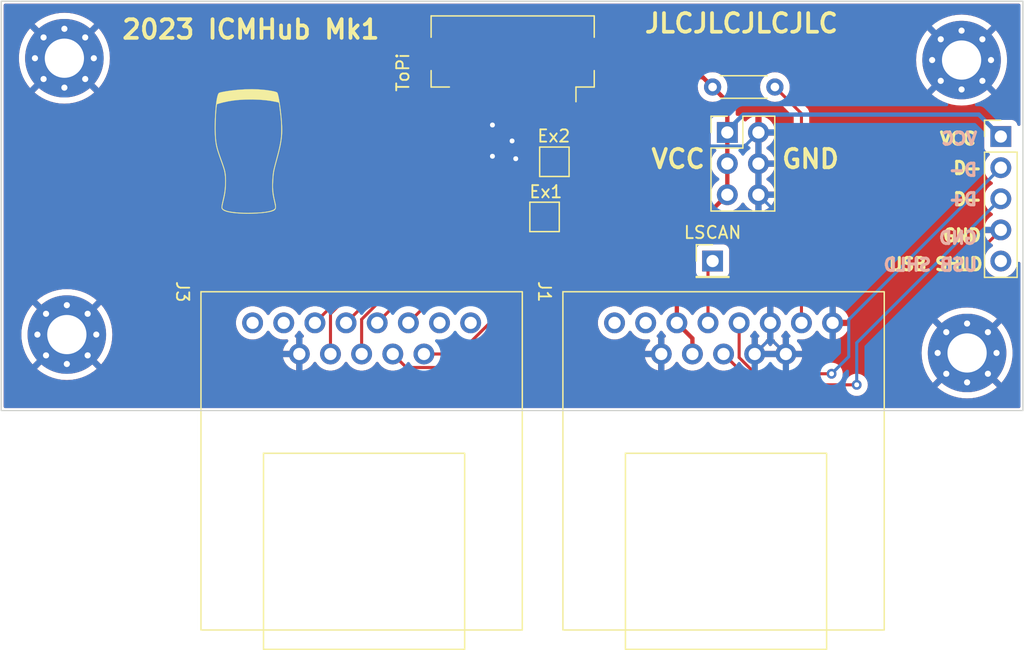
<source format=kicad_pcb>
(kicad_pcb (version 20221018) (generator pcbnew)
  (layers (0 "F.Cu" signal) (31 "B.Cu" signal) (34 "B.Paste" user) (35 "F.Paste" user) (36 "B.SilkS" user "B.Silkscreen") (37 "F.SilkS" user "F.Silkscreen") (38 "B.Mask" user) (39 "F.Mask" user) (44 "Edge.Cuts" user))
  (net 0 "")
  (net 1 "Net-(Expansion_1-Pin_1)")
  (net 2 "Net-(Expansion_2-Pin_1)")
  (net 3 "AMFM_button")
  (net 4 "SCAN_button")
  (net 5 "CD_button")
  (net 6 "Scrn_Brightness")
  (net 7 "Expansion_7")
  (net 8 "Expansion_6")
  (net 9 "VCC")
  (net 10 "Expansion_5")
  (net 11 "Expansion_4")
  (net 12 "GND")
  (net 13 "Net-(J5-D-)")
  (net 14 "/LSCAN")
  (net 15 "Net-(J5-D+)")
  (net 16 "/R_to_ActiveLED")
  (footprint "TestPoint:TestPoint_Pad_2.0x2.0mm" (layer "F.Cu") (at 147.9 90.65)
    (fp_text reference "Ex1" (at 0.1 -2.05) (layer "F.SilkS"))
    (fp_text value "Conn_01x01_Pin" hide)
    (fp_line (start -1.2 -1.2) (end 1.2 -1.2) (stroke (width 0.12)) (layer "F.SilkS"))
    (fp_line (start -1.2 1.2) (end -1.2 -1.2) (stroke (width 0.12)) (layer "F.SilkS"))
    (fp_line (start 1.2 -1.2) (end 1.2 1.2) (stroke (width 0.12)) (layer "F.SilkS"))
    (fp_line (start 1.2 1.2) (end -1.2 1.2) (stroke (width 0.12)) (layer "F.SilkS"))
    (pad "1" smd rect (at 0 0) (size 2 2) (layers "F.Cu" "F.Mask") (net 1 "Net-(Expansion_1-Pin_1)"))
  )
  (footprint "CPlib:rj45breakout" (layer "F.Cu") (at 117.885 96.755 -90)
    (fp_text reference "J3" (at 0 -0.5 -90 unlocked) (layer "F.SilkS"))
    (fp_text value "8P8C_LED_Shielded" hide)
    (fp_rect (start 0 -2) (end 27.6 -28.2) (stroke (width 0.12)) (fill none) (layer "F.SilkS"))
    (fp_rect (start 13.18 -7.1) (end 29.18 -23.5) (stroke (width 0.12)) (fill none) (layer "F.SilkS"))
    (pad "1" thru_hole oval (at 5.08 -20.18 270) (size 1.7 1.7) (drill 1) (layers "*.Cu" "*.Mask") (net 3 "AMFM_button"))
    (pad "2" thru_hole oval (at 2.54 -18.91 270) (size 1.7 1.7) (drill 1) (layers "*.Cu" "*.Mask") (net 4 "SCAN_button"))
    (pad "3" thru_hole oval (at 5.08 -17.64 270) (size 1.7 1.7) (drill 1) (layers "*.Cu" "*.Mask") (net 5 "CD_button"))
    (pad "4" thru_hole oval (at 2.54 -16.37 270) (size 1.7 1.7) (drill 1) (layers "*.Cu" "*.Mask") (net 6 "Scrn_Brightness"))
    (pad "5" thru_hole oval (at 5.08 -15.1 270) (size 1.7 1.7) (drill 1) (layers "*.Cu" "*.Mask") (net 7 "Expansion_7"))
    (pad "6" thru_hole oval (at 2.54 -13.83 270) (size 1.7 1.7) (drill 1) (layers "*.Cu" "*.Mask") (net 8 "Expansion_6"))
    (pad "7" thru_hole oval (at 5.08 -12.56 270) (size 1.7 1.7) (drill 1) (layers "*.Cu" "*.Mask") (net 10 "Expansion_5"))
    (pad "8" thru_hole oval (at 2.54 -11.29 270) (size 1.7 1.7) (drill 1) (layers "*.Cu" "*.Mask") (net 11 "Expansion_4"))
    (pad "9" thru_hole oval (at 2.54 -23.99 270) (size 1.7 1.7) (drill 1) (layers "*.Cu" "*.Mask"))
    (pad "10" thru_hole oval (at 2.54 -21.45 270) (size 1.7 1.7) (drill 1) (layers "*.Cu" "*.Mask"))
    (pad "11" thru_hole oval (at 2.54 -8.75 270) (size 1.7 1.7) (drill 1) (layers "*.Cu" "*.Mask"))
    (pad "12" thru_hole oval (at 2.54 -6.21 270) (size 1.7 1.7) (drill 1) (layers "*.Cu" "*.Mask"))
    (pad "SH" thru_hole oval (at 5.08 -10.02 270) (size 1.7 1.7) (drill 1) (layers "*.Cu" "*.Mask") (net 12 "GND"))
  )
  (footprint "MountingHole:MountingHole_3.2mm_M3_Pad_Via" (layer "F.Cu") (at 108.75 77.7)
    (fp_text reference "H1" hide)
    (fp_text value "MountingHole_Pad" hide)
    (pad "1" thru_hole circle (at -2.4 0) (size 0.8 0.8) (drill 0.5) (layers "*.Cu" "*.Mask") (net 12 "GND"))
    (pad "1" thru_hole circle (at -1.697056 -1.697056) (size 0.8 0.8) (drill 0.5) (layers "*.Cu" "*.Mask") (net 12 "GND"))
    (pad "1" thru_hole circle (at -1.697056 1.697056) (size 0.8 0.8) (drill 0.5) (layers "*.Cu" "*.Mask") (net 12 "GND"))
    (pad "1" thru_hole circle (at 0 -2.4) (size 0.8 0.8) (drill 0.5) (layers "*.Cu" "*.Mask") (net 12 "GND"))
    (pad "1" thru_hole circle (at 0 0) (size 6.4 6.4) (drill 3.2) (layers "*.Cu" "*.Mask") (net 12 "GND"))
    (pad "1" thru_hole circle (at 0 2.4) (size 0.8 0.8) (drill 0.5) (layers "*.Cu" "*.Mask") (net 12 "GND"))
    (pad "1" thru_hole circle (at 1.697056 -1.697056) (size 0.8 0.8) (drill 0.5) (layers "*.Cu" "*.Mask") (net 12 "GND"))
    (pad "1" thru_hole circle (at 1.697056 1.697056) (size 0.8 0.8) (drill 0.5) (layers "*.Cu" "*.Mask") (net 12 "GND"))
    (pad "1" thru_hole circle (at 2.4 0) (size 0.8 0.8) (drill 0.5) (layers "*.Cu" "*.Mask") (net 12 "GND"))
  )
  (footprint "CPlib:rj45breakout" (layer "F.Cu") (at 147.395 96.755 -90)
    (fp_text reference "J1" (at 0 -0.5 -90 unlocked) (layer "F.SilkS"))
    (fp_text value "8P8C_LED_Shielded" hide)
    (fp_rect (start 0 -2) (end 27.6 -28.2) (stroke (width 0.12)) (fill none) (layer "F.SilkS"))
    (fp_rect (start 13.18 -7.1) (end 29.18 -23.5) (stroke (width 0.12)) (fill none) (layer "F.SilkS"))
    (pad "1" thru_hole oval (at 5.08 -20.18 270) (size 1.7 1.7) (drill 1) (layers "*.Cu" "*.Mask") (net 12 "GND"))
    (pad "2" thru_hole oval (at 2.54 -18.91 270) (size 1.7 1.7) (drill 1) (layers "*.Cu" "*.Mask") (net 12 "GND"))
    (pad "3" thru_hole oval (at 5.08 -17.64 270) (size 1.7 1.7) (drill 1) (layers "*.Cu" "*.Mask") (net 12 "GND"))
    (pad "4" thru_hole oval (at 2.54 -16.37 270) (size 1.7 1.7) (drill 1) (layers "*.Cu" "*.Mask") (net 13 "Net-(J5-D-)"))
    (pad "5" thru_hole oval (at 5.08 -15.1 270) (size 1.7 1.7) (drill 1) (layers "*.Cu" "*.Mask") (net 15 "Net-(J5-D+)"))
    (pad "6" thru_hole oval (at 2.54 -13.83 270) (size 1.7 1.7) (drill 1) (layers "*.Cu" "*.Mask") (net 14 "/LSCAN"))
    (pad "7" thru_hole oval (at 5.08 -12.56 270) (size 1.7 1.7) (drill 1) (layers "*.Cu" "*.Mask") (net 9 "VCC"))
    (pad "8" thru_hole oval (at 2.54 -11.29 270) (size 1.7 1.7) (drill 1) (layers "*.Cu" "*.Mask") (net 9 "VCC"))
    (pad "9" thru_hole oval (at 2.54 -23.99 270) (size 1.7 1.7) (drill 1) (layers "*.Cu" "*.Mask") (net 12 "GND"))
    (pad "10" thru_hole oval (at 2.54 -21.45 270) (size 1.7 1.7) (drill 1) (layers "*.Cu" "*.Mask") (net 16 "/R_to_ActiveLED"))
    (pad "11" thru_hole oval (at 2.54 -8.75 270) (size 1.7 1.7) (drill 1) (layers "*.Cu" "*.Mask"))
    (pad "12" thru_hole oval (at 2.54 -6.21 270) (size 1.7 1.7) (drill 1) (layers "*.Cu" "*.Mask"))
    (pad "SH" thru_hole oval (at 5.08 -10.02 270) (size 1.7 1.7) (drill 1) (layers "*.Cu" "*.Mask") (net 12 "GND"))
  )
  (footprint "MountingHole:MountingHole_3.2mm_M3_Pad_Via" (layer "F.Cu") (at 181.9 77.85)
    (fp_text reference "H5" hide)
    (fp_text value "MountingHole_Pad" hide)
    (pad "1" thru_hole circle (at -2.4 0) (size 0.8 0.8) (drill 0.5) (layers "*.Cu" "*.Mask") (net 12 "GND"))
    (pad "1" thru_hole circle (at -1.697056 -1.697056) (size 0.8 0.8) (drill 0.5) (layers "*.Cu" "*.Mask") (net 12 "GND"))
    (pad "1" thru_hole circle (at -1.697056 1.697056) (size 0.8 0.8) (drill 0.5) (layers "*.Cu" "*.Mask") (net 12 "GND"))
    (pad "1" thru_hole circle (at 0 -2.4) (size 0.8 0.8) (drill 0.5) (layers "*.Cu" "*.Mask") (net 12 "GND"))
    (pad "1" thru_hole circle (at 0 0) (size 6.4 6.4) (drill 3.2) (layers "*.Cu" "*.Mask") (net 12 "GND"))
    (pad "1" thru_hole circle (at 0 2.4) (size 0.8 0.8) (drill 0.5) (layers "*.Cu" "*.Mask") (net 12 "GND"))
    (pad "1" thru_hole circle (at 1.697056 -1.697056) (size 0.8 0.8) (drill 0.5) (layers "*.Cu" "*.Mask") (net 12 "GND"))
    (pad "1" thru_hole circle (at 1.697056 1.697056) (size 0.8 0.8) (drill 0.5) (layers "*.Cu" "*.Mask") (net 12 "GND"))
    (pad "1" thru_hole circle (at 2.4 0) (size 0.8 0.8) (drill 0.5) (layers "*.Cu" "*.Mask") (net 12 "GND"))
  )
  (footprint "MountingHole:MountingHole_3.2mm_M3_Pad_Via" (layer "F.Cu") (at 182.35 101.75)
    (fp_text reference "H2" hide)
    (fp_text value "MountingHole_Pad" hide)
    (pad "1" thru_hole circle (at -2.4 0) (size 0.8 0.8) (drill 0.5) (layers "*.Cu" "*.Mask") (net 12 "GND"))
    (pad "1" thru_hole circle (at -1.697056 -1.697056) (size 0.8 0.8) (drill 0.5) (layers "*.Cu" "*.Mask") (net 12 "GND"))
    (pad "1" thru_hole circle (at -1.697056 1.697056) (size 0.8 0.8) (drill 0.5) (layers "*.Cu" "*.Mask") (net 12 "GND"))
    (pad "1" thru_hole circle (at 0 -2.4) (size 0.8 0.8) (drill 0.5) (layers "*.Cu" "*.Mask") (net 12 "GND"))
    (pad "1" thru_hole circle (at 0 0) (size 6.4 6.4) (drill 3.2) (layers "*.Cu" "*.Mask") (net 12 "GND"))
    (pad "1" thru_hole circle (at 0 2.4) (size 0.8 0.8) (drill 0.5) (layers "*.Cu" "*.Mask") (net 12 "GND"))
    (pad "1" thru_hole circle (at 1.697056 -1.697056) (size 0.8 0.8) (drill 0.5) (layers "*.Cu" "*.Mask") (net 12 "GND"))
    (pad "1" thru_hole circle (at 1.697056 1.697056) (size 0.8 0.8) (drill 0.5) (layers "*.Cu" "*.Mask") (net 12 "GND"))
    (pad "1" thru_hole circle (at 2.4 0) (size 0.8 0.8) (drill 0.5) (layers "*.Cu" "*.Mask") (net 12 "GND"))
  )
  (footprint "Connector_FFC-FPC:Hirose_FH12-20S-0.5SH_1x20-1MP_P0.50mm_Horizontal" (layer "F.Cu") (at 145.3 78.75 180)
    (fp_text reference "ToPi" (at 8.95 -0.1 90) (layer "F.SilkS"))
    (fp_text value "Conn_01x20" hide)
    (fp_line (start -6.65 -1.3) (end -6.65 0.04) (stroke (width 0.12)) (layer "F.SilkS"))
    (fp_line (start -6.65 2.76) (end -6.65 4.5) (stroke (width 0.12)) (layer "F.SilkS"))
    (fp_line (start -6.65 4.5) (end 6.65 4.5) (stroke (width 0.12)) (layer "F.SilkS"))
    (fp_line (start -5.16 -1.3) (end -6.65 -1.3) (stroke (width 0.12)) (layer "F.SilkS"))
    (fp_line (start -5.16 -1.3) (end -5.16 -2.5) (stroke (width 0.12)) (layer "F.SilkS"))
    (fp_line (start 5.16 -1.3) (end 6.65 -1.3) (stroke (width 0.12)) (layer "F.SilkS"))
    (fp_line (start 6.65 -1.3) (end 6.65 0.04) (stroke (width 0.12)) (layer "F.SilkS"))
    (fp_line (start 6.65 4.5) (end 6.65 2.76) (stroke (width 0.12)) (layer "F.SilkS"))
    (pad "1" smd rect (at -4.75 -1.85 180) (size 0.3 1.3) (layers "F.Cu" "F.Paste" "F.Mask") (net 3 "AMFM_button"))
    (pad "2" smd rect (at -4.25 -1.85 180) (size 0.3 1.3) (layers "F.Cu" "F.Paste" "F.Mask") (net 4 "SCAN_button"))
    (pad "3" smd rect (at -3.75 -1.85 180) (size 0.3 1.3) (layers "F.Cu" "F.Paste" "F.Mask") (net 5 "CD_button"))
    (pad "4" smd rect (at -3.25 -1.85 180) (size 0.3 1.3) (layers "F.Cu" "F.Paste" "F.Mask"))
    (pad "5" smd rect (at -2.75 -1.85 180) (size 0.3 1.3) (layers "F.Cu" "F.Paste" "F.Mask") (net 6 "Scrn_Brightness"))
    (pad "6" smd rect (at -2.25 -1.85 180) (size 0.3 1.3) (layers "F.Cu" "F.Paste" "F.Mask") (net 2 "Net-(Expansion_2-Pin_1)"))
    (pad "7" smd rect (at -1.75 -1.85 180) (size 0.3 1.3) (layers "F.Cu" "F.Paste" "F.Mask") (net 1 "Net-(Expansion_1-Pin_1)"))
    (pad "8" smd rect (at -1.25 -1.85 180) (size 0.3 1.3) (layers "F.Cu" "F.Paste" "F.Mask"))
    (pad "9" smd rect (at -0.75 -1.85 180) (size 0.3 1.3) (layers "F.Cu" "F.Paste" "F.Mask") (net 12 "GND"))
    (pad "10" smd rect (at -0.25 -1.85 180) (size 0.3 1.3) (layers "F.Cu" "F.Paste" "F.Mask") (net 12 "GND"))
    (pad "11" smd rect (at 0.25 -1.85 180) (size 0.3 1.3) (layers "F.Cu" "F.Paste" "F.Mask") (net 12 "GND"))
    (pad "12" smd rect (at 0.75 -1.85 180) (size 0.3 1.3) (layers "F.Cu" "F.Paste" "F.Mask") (net 12 "GND"))
    (pad "13" smd rect (at 1.25 -1.85 180) (size 0.3 1.3) (layers "F.Cu" "F.Paste" "F.Mask") (net 9 "VCC"))
    (pad "14" smd rect (at 1.75 -1.85 180) (size 0.3 1.3) (layers "F.Cu" "F.Paste" "F.Mask") (net 9 "VCC"))
    (pad "15" smd rect (at 2.25 -1.85 180) (size 0.3 1.3) (layers "F.Cu" "F.Paste" "F.Mask") (net 9 "VCC"))
    (pad "16" smd rect (at 2.75 -1.85 180) (size 0.3 1.3) (layers "F.Cu" "F.Paste" "F.Mask") (net 9 "VCC"))
    (pad "17" smd rect (at 3.25 -1.85 180) (size 0.3 1.3) (layers "F.Cu" "F.Paste" "F.Mask") (net 7 "Expansion_7"))
    (pad "18" smd rect (at 3.75 -1.85 180) (size 0.3 1.3) (layers "F.Cu" "F.Paste" "F.Mask") (net 8 "Expansion_6"))
    (pad "19" smd rect (at 4.25 -1.85 180) (size 0.3 1.3) (layers "F.Cu" "F.Paste" "F.Mask") (net 10 "Expansion_5"))
    (pad "20" smd rect (at 4.75 -1.85 180) (size 0.3 1.3) (layers "F.Cu" "F.Paste" "F.Mask") (net 11 "Expansion_4"))
    (pad "MP" smd rect (at -6.65 1.4 180) (size 1.8 2.2) (layers "F.Cu" "F.Paste" "F.Mask"))
    (pad "MP" smd rect (at 6.65 1.4 180) (size 1.8 2.2) (layers "F.Cu" "F.Paste" "F.Mask"))
  )
  (footprint "Connector_PinHeader_2.54mm:PinHeader_1x01_P2.54mm_Vertical" (layer "F.Cu") (at 161.6 94.25)
    (fp_text reference "LSCAN" (at 0 -2.33) (layer "F.SilkS"))
    (fp_text value "LSCAN" hide)
    (fp_line (start -1.33 -1.33) (end 0 -1.33) (stroke (width 0.12)) (layer "F.SilkS"))
    (fp_line (start -1.33 0) (end -1.33 -1.33) (stroke (width 0.12)) (layer "F.SilkS"))
    (fp_line (start -1.33 1.27) (end -1.33 1.33) (stroke (width 0.12)) (layer "F.SilkS"))
    (fp_line (start -1.33 1.27) (end 1.33 1.27) (stroke (width 0.12)) (layer "F.SilkS"))
    (fp_line (start -1.33 1.33) (end 1.33 1.33) (stroke (width 0.12)) (layer "F.SilkS"))
    (fp_line (start 1.33 1.27) (end 1.33 1.33) (stroke (width 0.12)) (layer "F.SilkS"))
    (pad "1" thru_hole rect (at 0 0) (size 1.7 1.7) (drill 1) (layers "*.Cu" "*.Mask") (net 14 "/LSCAN"))
  )
  (footprint "Connector_PinHeader_2.54mm:PinHeader_2x03_P2.54mm_Vertical" (layer "F.Cu") (at 162.8 83.76)
    (fp_text reference "J6" hide)
    (fp_text value "Conn_02x03_Odd_Even" hide)
    (fp_line (start -1.33 -1.33) (end 0 -1.33) (stroke (width 0.12)) (layer "F.SilkS"))
    (fp_line (start -1.33 0) (end -1.33 -1.33) (stroke (width 0.12)) (layer "F.SilkS"))
    (fp_line (start -1.33 1.27) (end -1.33 6.41) (stroke (width 0.12)) (layer "F.SilkS"))
    (fp_line (start -1.33 1.27) (end 1.27 1.27) (stroke (width 0.12)) (layer "F.SilkS"))
    (fp_line (start -1.33 6.41) (end 3.87 6.41) (stroke (width 0.12)) (layer "F.SilkS"))
    (fp_line (start 1.27 -1.33) (end 3.87 -1.33) (stroke (width 0.12)) (layer "F.SilkS"))
    (fp_line (start 1.27 1.27) (end 1.27 -1.33) (stroke (width 0.12)) (layer "F.SilkS"))
    (fp_line (start 3.87 -1.33) (end 3.87 6.41) (stroke (width 0.12)) (layer "F.SilkS"))
    (pad "1" thru_hole rect (at 0 0) (size 1.7 1.7) (drill 1) (layers "*.Cu" "*.Mask") (net 9 "VCC"))
    (pad "2" thru_hole oval (at 2.54 0) (size 1.7 1.7) (drill 1) (layers "*.Cu" "*.Mask") (net 12 "GND"))
    (pad "3" thru_hole oval (at 0 2.54) (size 1.7 1.7) (drill 1) (layers "*.Cu" "*.Mask") (net 9 "VCC"))
    (pad "4" thru_hole oval (at 2.54 2.54) (size 1.7 1.7) (drill 1) (layers "*.Cu" "*.Mask") (net 12 "GND"))
    (pad "5" thru_hole oval (at 0 5.08) (size 1.7 1.7) (drill 1) (layers "*.Cu" "*.Mask") (net 9 "VCC"))
    (pad "6" thru_hole oval (at 2.54 5.08) (size 1.7 1.7) (drill 1) (layers "*.Cu" "*.Mask") (net 12 "GND"))
  )
  (footprint "CPlib:CPlogo2(50)" (layer "F.Cu") (at 123.55 84.45)
    (fp_text reference "H3" hide)
    (fp_text value "Logo" hide)
    (fp_poly (pts (xy 0.395063 -1.367446) (xy 0.597127 -1.308521) (xy 0.784094 -1.214406) (xy 0.951478 -1.088451) (xy 1.09479 -0.934004) (xy 1.209543 -0.754416) (xy 1.288404 -0.562332) (xy 1.320195 -0.412628) (xy 1.332245 -0.24351) (xy 1.324566 -0.07256) (xy 1.297175 0.082641) (xy 1.287855 0.115001) (xy 1.201426 0.323671) (xy 1.082567 0.505725) (xy 0.932849 0.659771) (xy 0.753844 0.784415) (xy 0.547122 0.878263) (xy 0.371004 0.928453) (xy 0.328388 0.946247) (xy 0.313621 0.983388) (xy 0.312795 1.004404) (xy 0.31045 1.041758) (xy 0.296136 1.060384) (xy 0.258934 1.066795) (xy 0.206962 1.067501) (xy 0.144281 1.066012) (xy 0.113021 1.057435) (xy 0.102279 1.035606) (xy 0.101129 1.00766) (xy 0.098579 0.975625) (xy 0.084802 0.955187) (xy 0.050603 0.940814) (xy -0.01321 0.926975) (xy -0.041746 0.92169) (xy -0.24484 0.863692) (xy -0.432837 0.769174) (xy -0.601151 0.642624) (xy -0.745191 0.488532) (xy -0.860372 0.311384) (xy -0.942103 0.11567) (xy -0.968363 0.01524) (xy -0.994832 -0.205446) (xy -0.993288 -0.227532) (xy -0.894256 -0.227532) (xy -0.877552 -0.037632) (xy -0.826541 0.147587) (xy -0.741343 0.32338) (xy -0.622077 0.485005) (xy -0.468862 0.627715) (xy -0.415114 0.666945) (xy -0.329097 0.717162) (xy -0.225934 0.764184) (xy -0.11965 0.802768) (xy -0.024269 0.827671) (xy 0.032337 0.834221) (xy 0.101129 0.834668) (xy 0.101129 0.347835) (xy 0.312795 0.347835) (xy 0.48742 0.34664) (xy 0.580022 0.342966) (xy 0.665671 0.334341) (xy 0.728129 0.322495) (xy 0.735577 0.320181) (xy 0.806045 0.276169) (xy 0.849512 0.208563) (xy 0.863397 0.12835) (xy 0.84512 0.046517) (xy 0.812083 -0.005527) (xy 0.78716 -0.03206) (xy 0.760817 -0.049584) (xy 0.723724 -0.060359) (xy 0.666551 -0.066643) (xy 0.579969 -0.070694) (xy 0.536917 -0.072134) (xy 0.312795 -0.079352) (xy 0.312795 0.347835) (xy 0.101129 0.347835) (xy 0.101129 0.156528) (xy 0.04292 0.172066) (xy -0.079417 0.1884) (xy -0.214851 0.180405) (xy -0.343207 0.14993) (xy -0.386055 0.132782) (xy -0.506419 0.067587) (xy -0.596527 -0.007466) (xy -0.668422 -0.103945) (xy -0.707226 -0.175708) (xy -0.76298 -0.333236) (xy -0.778291 -0.493702) (xy -0.752974 -0.651551) (xy -0.725444 -0.7268) (xy -0.664234 -0.828998) (xy -0.576525 -0.928193) (xy -0.474689 -1.012758) (xy -0.371102 -1.07107) (xy -0.350936 -1.07867) (xy -0.192436 -1.112273) (xy -0.034661 -1.108086) (xy 0.115645 -1.068704) (xy 0.251739 -0.996725) (xy 0.366879 -0.894743) (xy 0.452269 -0.769411) (xy 0.480874 -0.711886) (xy 0.499389 -0.671664) (xy 0.503295 -0.66058) (xy 0.485533 -0.649314) (xy 0.452345 -0.6388) (xy 0.399059 -0.623745) (xy 0.36959 -0.613808) (xy 0.338147 -0.620208) (xy 0.323122 -0.647808) (xy 0.290308 -0.707934) (xy 0.232669 -0.776869) (xy 0.162194 -0.842516) (xy 0.09087 -0.892779) (xy 0.069379 -0.903842) (xy -0.05634 -0.939053) (xy -0.187187 -0.937039) (xy -0.31402 -0.900429) (xy -0.427693 -0.831852) (xy -0.518431 -0.734847) (xy -0.553021 -0.681555) (xy -0.573463 -0.635543) (xy -0.583431 -0.582333) (xy -0.5866 -0.507448) (xy -0.586788 -0.465536) (xy -0.585075 -0.374974) (xy -0.577796 -0.312442) (xy -0.561743 -0.263706) (xy -0.533709 -0.214528) (xy -0.528399 -0.206425) (xy -0.438111 -0.100908) (xy -0.32957 -0.032478) (xy -0.198271 0.001419) (xy -0.155211 0.00516) (xy -0.073023 0.005856) (xy 0 0) (xy 0.041781 -0.009233) (xy 0.075819 -0.027212) (xy 0.094137 -0.055837) (xy 0.102836 -0.107994) (xy 0.105281 -0.143333) (xy 0.111712 -0.255415) (xy 0.451931 -0.252891) (xy 0.606066 -0.250081) (xy 0.724545 -0.243076) (xy 0.813972 -0.230142) (xy 0.880954 -0.20954) (xy 0.932096 -0.179537) (xy 0.974004 -0.138394) (xy 0.995837 -0.109931) (xy 1.020441 -0.068384) (xy 1.034854 -0.020956) (xy 1.041556 0.044929) (xy 1.043045 0.129324) (xy 1.038344 0.239458) (xy 1.020717 0.320055) (xy 0.984878 0.383215) (xy 0.925543 0.441039) (xy 0.897328 0.462943) (xy 0.866605 0.481867) (xy 0.828286 0.495057) (xy 0.773782 0.503879) (xy 0.694508 0.509698) (xy 0.581877 0.51388) (xy 0.575844 0.514053) (xy 0.312795 0.521521) (xy 0.312795 0.839379) (xy 0.39217 0.825755) (xy 0.44786 0.810123) (xy 0.526801 0.780405) (xy 0.614727 0.742124) (xy 0.643434 0.728479) (xy 0.817382 0.621284) (xy 0.966582 0.483696) (xy 1.087418 0.321444) (xy 1.176276 0.140259) (xy 1.229539 -0.054128) (xy 1.244129 -0.223665) (xy 1.224391 -0.421079) (xy 1.168031 -0.607519) (xy 1.07933 -0.779249) (xy 0.962568 -0.932536) (xy 0.822026 -1.063645) (xy 0.661983 -1.168841) (xy 0.486721 -1.244392) (xy 0.300519 -1.286561) (xy 0.107659 -1.291615) (xy 0.030423 -1.282538) (xy -0.154817 -1.239964) (xy -0.315634 -1.173057) (xy -0.459008 -1.081212) (xy -0.615624 -0.939066) (xy -0.737337 -0.77788) (xy -0.824268 -0.6024) (xy -0.876534 -0.41737) (xy -0.894256 -0.227532) (xy -0.993288 -0.227532) (xy -0.979902 -0.418951) (xy -0.924201 -0.623193) (xy -0.828356 -0.816091) (xy -0.692994 -0.995562) (xy -0.650288 -1.040903) (xy -0.480384 -1.185781) (xy -0.294241 -1.291595) (xy -0.091406 -1.358534) (xy 0.128575 -1.386786) (xy 0.18239 -1.387832) (xy 0.395063 -1.367446)) (stroke (width 0.01)) (fill solid) (layer "F.Cu"))
    (fp_poly (pts (xy 1.032188 -4.206122) (xy 1.54655 -4.163122) (xy 1.752129 -4.137158) (xy 1.973378 -4.104467) (xy 2.155233 -4.073464) (xy 2.300561 -4.043379) (xy 2.412231 -4.013442) (xy 2.493111 -3.982885) (xy 2.546067 -3.950937) (xy 2.573968 -3.916829) (xy 2.574092 -3.916558) (xy 2.605529 -3.829786) (xy 2.63888 -3.705464) (xy 2.673505 -3.548301) (xy 2.708762 -3.363004) (xy 2.744011 -3.15428) (xy 2.778612 -2.926836) (xy 2.811924 -2.68538) (xy 2.843307 -2.434619) (xy 2.87212 -2.17926) (xy 2.897722 -1.924011) (xy 2.919474 -1.673579) (xy 2.936733 -1.432672) (xy 2.948861 -1.205996) (xy 2.951297 -1.144415) (xy 2.956031 -0.913291) (xy 2.952676 -0.688141) (xy 2.94045 -0.463889) (xy 2.91857 -0.23546) (xy 2.886252 0.002224) (xy 2.842713 0.254238) (xy 2.787169 0.525659) (xy 2.718838 0.821564) (xy 2.636936 1.147028) (xy 2.54411 1.494582) (xy 2.479683 1.731419) (xy 2.425618 1.933634) (xy 2.380805 2.107355) (xy 2.344137 2.258709) (xy 2.314505 2.393824) (xy 2.290801 2.518827) (xy 2.271917 2.639847) (xy 2.256743 2.763011) (xy 2.244173 2.894447) (xy 2.233096 3.040282) (xy 2.222406 3.206645) (xy 2.216476 3.305938) (xy 2.206002 3.549274) (xy 2.205279 3.774968) (xy 2.215257 3.992355) (xy 2.236886 4.21077) (xy 2.271119 4.439546) (xy 2.318906 4.688019) (xy 2.381198 4.965522) (xy 2.388814 4.99754) (xy 2.427992 5.17848) (xy 2.448646 5.325248) (xy 2.448595 5.442724) (xy 2.425658 5.535787) (xy 2.377653 5.609319) (xy 2.3024 5.668198) (xy 2.197718 5.717304) (xy 2.061425 5.761518) (xy 2.045335 5.766035) (xy 1.874742 5.80562) (xy 1.667972 5.840557) (xy 1.430963 5.870517) (xy 1.169649 5.895173) (xy 0.889967 5.914197) (xy 0.597853 5.927261) (xy 0.299242 5.934038) (xy 0.000071 5.934199) (xy -0.293724 5.927417) (xy -0.576207 5.913365) (xy -0.597371 5.911968) (xy -0.906831 5.886185) (xy -1.175461 5.853066) (xy -1.404168 5.812372) (xy -1.593858 5.763862) (xy -1.745436 5.707298) (xy -1.859807 5.642441) (xy -1.937878 5.56905) (xy -1.9482 5.554835) (xy -1.968993 5.518899) (xy -1.982675 5.478945) (xy -1.988768 5.429803) (xy -1.986795 5.366305) (xy -1.976277 5.28328) (xy -1.956738 5.175559) (xy -1.9277 5.037974) (xy -1.888686 4.865356) (xy -1.881723 4.835168) (xy -1.831477 4.611622) (xy -1.791583 4.418256) (xy -1.760473 4.244629) (xy -1.736577 4.080301) (xy -1.718325 3.914832) (xy -1.704148 3.737781) (xy -1.695563 3.596918) (xy -1.686186 3.241179) (xy -1.69862 2.915475) (xy -1.73271 2.622181) (xy -1.771516 2.428525) (xy -1.794139 2.345492) (xy -1.828697 2.231731) (xy -1.87229 2.096161) (xy -1.922017 1.947702) (xy -1.974977 1.795274) (xy -2.002095 1.719442) (xy -2.100906 1.444051) (xy -2.185534 1.202705) (xy -2.257226 0.990028) (xy -2.31723 0.800645) (xy -2.366793 0.629179) (xy -2.407165 0.470255) (xy -2.43959 0.318498) (xy -2.465319 0.168531) (xy -2.485597 0.014978) (xy -2.501674 -0.147536) (xy -2.514795 -0.324387) (xy -2.526209 -0.52095) (xy -2.527421 -0.544129) (xy -2.537096 -0.818388) (xy -2.538498 -0.981518) (xy -2.476952 -0.981518) (xy -2.474768 -0.816537) (xy -2.473619 -0.773414) (xy -2.46314 -0.495465) (xy -2.448481 -0.250056) (xy -2.427985 -0.02855) (xy -2.399999 0.177691) (xy -2.362865 0.377302) (xy -2.31493 0.578921) (xy -2.254537 0.791185) (xy -2.180032 1.02273) (xy -2.089759 1.282194) (xy -2.068056 1.342668) (xy -1.984522 1.575379) (xy -1.914509 1.772732) (xy -1.856613 1.938987) (xy -1.809429 2.0784) (xy -1.771554 2.195229) (xy -1.741584 2.293733) (xy -1.718113 2.378169) (xy -1.699739 2.452796) (xy -1.695064 2.473662) (xy -1.656515 2.703079) (xy -1.633211 2.967317) (xy -1.625406 3.261608) (xy -1.633356 3.58118) (xy -1.63459 3.605943) (xy -1.645547 3.793513) (xy -1.658649 3.96018) (xy -1.675316 4.115124) (xy -1.696965 4.267521) (xy -1.725016 4.426548) (xy -1.760888 4.601383) (xy -1.805999 4.801203) (xy -1.84451 4.96367) (xy -1.882056 5.126006) (xy -1.90774 5.253127) (xy -1.922102 5.350294) (xy -1.925681 5.422767) (xy -1.919019 5.475808) (xy -1.902655 5.514676) (xy -1.901309 5.516775) (xy -1.843263 5.574799) (xy -1.748371 5.631694) (xy -1.62209 5.68478) (xy -1.469879 5.731376) (xy -1.458286 5.734352) (xy -1.358168 5.755643) (xy -1.225514 5.777821) (xy -1.070069 5.79968) (xy -0.90158 5.820015) (xy -0.729793 5.837623) (xy -0.564452 5.851299) (xy -0.459788 5.857783) (xy -0.326737 5.86281) (xy -0.162605 5.866146) (xy 0.022781 5.867842) (xy 0.219595 5.867948) (xy 0.418011 5.866517) (xy 0.608203 5.863597) (xy 0.780344 5.859241) (xy 0.92461 5.853499) (xy 0.979906 5.850341) (xy 1.274746 5.826757) (xy 1.538543 5.796546) (xy 1.769415 5.760104) (xy 1.96548 5.71783) (xy 2.124855 5.670124) (xy 2.245658 5.617382) (xy 2.318734 5.566965) (xy 2.364735 5.52015) (xy 2.38657 5.478084) (xy 2.392379 5.42119) (xy 2.392055 5.390615) (xy 2.386459 5.334897) (xy 2.372467 5.247179) (xy 2.351765 5.136575) (xy 2.326039 5.012201) (xy 2.302682 4.907641) (xy 2.271207 4.766843) (xy 2.240477 4.621062) (xy 2.213047 4.48301) (xy 2.191473 4.365396) (xy 2.182061 4.307671) (xy 2.163786 4.142839) (xy 2.152541 3.945278) (xy 2.148045 3.723958) (xy 2.15002 3.487847) (xy 2.158186 3.245916) (xy 2.172262 3.007132) (xy 2.19197 2.780465) (xy 2.21703 2.574883) (xy 2.240527 2.432751) (xy 2.25573 2.361872) (xy 2.280569 2.256616) (xy 2.313419 2.123416) (xy 2.352653 1.968702) (xy 2.396644 1.798906) (xy 2.443766 1.620459) (xy 2.481419 1.480251) (xy 2.559229 1.188951) (xy 2.625479 0.932156) (xy 2.68147 0.704037) (xy 2.7285 0.498767) (xy 2.767869 0.310517) (xy 2.800877 0.133458) (xy 2.828823 -0.038236) (xy 2.844871 -0.149582) (xy 2.862034 -0.31222) (xy 2.87422 -0.507849) (xy 2.88142 -0.727423) (xy 2.88363 -0.961893) (xy 2.880842 -1.202211) (xy 2.87305 -1.439328) (xy 2.860247 -1.664197) (xy 2.846082 -1.832332) (xy 2.832971 -1.958943) (xy 2.817109 -2.103577) (xy 2.799333 -2.259397) (xy 2.78048 -2.41957) (xy 2.761388 -2.577261) (xy 2.742892 -2.725635) (xy 2.72583 -2.857856) (xy 2.711039 -2.967091) (xy 2.699356 -3.046505) (xy 2.692849 -3.083781) (xy 2.684651 -3.109372) (xy 2.667353 -3.128469) (xy 2.633135 -3.144567) (xy 2.574178 -3.161161) (xy 2.482661 -3.181746) (xy 2.46541 -3.185444) (xy 2.033746 -3.265487) (xy 1.585005 -3.324291) (xy 1.113103 -3.362437) (xy 0.611956 -3.380507) (xy 0.408045 -3.382237) (xy -0.091961 -3.373836) (xy -0.560086 -3.346756) (xy -1.002809 -3.300214) (xy -1.426613 -3.233427) (xy -1.837981 -3.145612) (xy -2.087388 -3.080883) (xy -2.183457 -3.053522) (xy -2.265622 -3.028722) (xy -2.324575 -3.009382) (xy -2.350075 -2.999051) (xy -2.363509 -2.970491) (xy -2.377255 -2.904149) (xy -2.391063 -2.804574) (xy -2.404679 -2.676312) (xy -2.417852 -2.523913) (xy -2.430327 -2.351925) (xy -2.441854 -2.164894) (xy -2.45218 -1.96737) (xy -2.461052 -1.763899) (xy -2.468217 -1.559031) (xy -2.473424 -1.357313) (xy -2.47642 -1.163292) (xy -2.476952 -0.981518) (xy -2.538498 -0.981518) (xy -2.539689 -1.119923) (xy -2.535625 -1.440283) (xy -2.525329 -1.771019) (xy -2.509227 -2.103679) (xy -2.487742 -2.429812) (xy -2.461301 -2.740969) (xy -2.430327 -3.028697) (xy -2.395246 -3.284548) (xy -2.387051 -3.335527) (xy -2.350468 -3.532385) (xy -2.312592 -3.68831) (xy -2.272965 -3.804694) (xy -2.231127 -3.882929) (xy -2.194632 -3.919734) (xy -2.14458 -3.941203) (xy -2.056835 -3.96607) (xy -1.935821 -3.993467) (xy -1.785962 -4.022528) (xy -1.611685 -4.052383) (xy -1.417412 -4.082166) (xy -1.242955 -4.106368) (xy -0.650285 -4.171979) (xy -0.070615 -4.210505) (xy 0.491672 -4.221901) (xy 1.032188 -4.206122)) (stroke (width 0.01)) (fill solid) (layer "F.SilkS"))
  )
  (footprint "MountingHole:MountingHole_3.2mm_M3_Pad_Via" (layer "F.Cu") (at 108.95 100.25)
    (fp_text reference "H4" hide)
    (fp_text value "MountingHole_Pad" hide)
    (pad "1" thru_hole circle (at -2.4 0) (size 0.8 0.8) (drill 0.5) (layers "*.Cu" "*.Mask") (net 12 "GND"))
    (pad "1" thru_hole circle (at -1.697056 -1.697056) (size 0.8 0.8) (drill 0.5) (layers "*.Cu" "*.Mask") (net 12 "GND"))
    (pad "1" thru_hole circle (at -1.697056 1.697056) (size 0.8 0.8) (drill 0.5) (layers "*.Cu" "*.Mask") (net 12 "GND"))
    (pad "1" thru_hole circle (at 0 -2.4) (size 0.8 0.8) (drill 0.5) (layers "*.Cu" "*.Mask") (net 12 "GND"))
    (pad "1" thru_hole circle (at 0 0) (size 6.4 6.4) (drill 3.2) (layers "*.Cu" "*.Mask") (net 12 "GND"))
    (pad "1" thru_hole circle (at 0 2.4) (size 0.8 0.8) (drill 0.5) (layers "*.Cu" "*.Mask") (net 12 "GND"))
    (pad "1" thru_hole circle (at 1.697056 -1.697056) (size 0.8 0.8) (drill 0.5) (layers "*.Cu" "*.Mask") (net 12 "GND"))
    (pad "1" thru_hole circle (at 1.697056 1.697056) (size 0.8 0.8) (drill 0.5) (layers "*.Cu" "*.Mask") (net 12 "GND"))
    (pad "1" thru_hole circle (at 2.4 0) (size 0.8 0.8) (drill 0.5) (layers "*.Cu" "*.Mask") (net 12 "GND"))
  )
  (footprint "Connector_PinHeader_2.54mm:PinHeader_1x05_P2.54mm_Vertical" (layer "F.Cu") (at 185.1 84.09)
    (fp_text reference "J5" hide)
    (fp_text value "USB_A" hide)
    (fp_line (start -1.33 -1.33) (end 0 -1.33) (stroke (width 0.12)) (layer "F.SilkS"))
    (fp_line (start -1.33 0) (end -1.33 -1.33) (stroke (width 0.12)) (layer "F.SilkS"))
    (fp_line (start -1.33 1.27) (end -1.33 11.49) (stroke (width 0.12)) (layer "F.SilkS"))
    (fp_line (start -1.33 1.27) (end 1.33 1.27) (stroke (width 0.12)) (layer "F.SilkS"))
    (fp_line (start -1.33 11.49) (end 1.33 11.49) (stroke (width 0.12)) (layer "F.SilkS"))
    (fp_line (start 1.33 1.27) (end 1.33 11.49) (stroke (width 0.12)) (layer "F.SilkS"))
    (pad "1" thru_hole rect (at 0 0) (size 1.7 1.7) (drill 1) (layers "*.Cu" "*.Mask") (net 9 "VCC"))
    (pad "2" thru_hole oval (at 0 2.54) (size 1.7 1.7) (drill 1) (layers "*.Cu" "*.Mask") (net 13 "Net-(J5-D-)"))
    (pad "3" thru_hole oval (at 0 5.08) (size 1.7 1.7) (drill 1) (layers "*.Cu" "*.Mask") (net 15 "Net-(J5-D+)"))
    (pad "4" thru_hole oval (at 0 7.62) (size 1.7 1.7) (drill 1) (layers "*.Cu" "*.Mask") (net 12 "GND"))
    (pad "5" thru_hole oval (at 0 10.16) (size 1.7 1.7) (drill 1) (layers "*.Cu" "*.Mask"))
  )
  (footprint "TestPoint:TestPoint_Pad_2.0x2.0mm" (layer "F.Cu") (at 148.7 86.15)
    (fp_text reference "Ex2" (at -0.05 -2.1) (layer "F.SilkS"))
    (fp_text value "Conn_01x01_Pin" hide)
    (fp_line (start -1.2 -1.2) (end 1.2 -1.2) (stroke (width 0.12)) (layer "F.SilkS"))
    (fp_line (start -1.2 1.2) (end -1.2 -1.2) (stroke (width 0.12)) (layer "F.SilkS"))
    (fp_line (start 1.2 -1.2) (end 1.2 1.2) (stroke (width 0.12)) (layer "F.SilkS"))
    (fp_line (start 1.2 1.2) (end -1.2 1.2) (stroke (width 0.12)) (layer "F.SilkS"))
    (pad "1" smd rect (at 0 0) (size 2 2) (layers "F.Cu" "F.Mask") (net 2 "Net-(Expansion_2-Pin_1)"))
  )
  (footprint "Resistor_THT:R_Axial_DIN0204_L3.6mm_D1.6mm_P5.08mm_Horizontal" (layer "F.Cu") (at 161.6 80.05)
    (fp_text reference "R1" hide)
    (fp_text value "R" hide)
    (fp_line (start 0.62 -0.92) (end 4.46 -0.92) (stroke (width 0.12)) (layer "F.SilkS"))
    (fp_line (start 0.62 0.92) (end 4.46 0.92) (stroke (width 0.12)) (layer "F.SilkS"))
    (pad "1" thru_hole circle (at 0 0) (size 1.4 1.4) (drill 0.7) (layers "*.Cu" "*.Mask") (net 9 "VCC"))
    (pad "2" thru_hole oval (at 5.08 0) (size 1.4 1.4) (drill 0.7) (layers "*.Cu" "*.Mask") (net 16 "/R_to_ActiveLED"))
  )
  (gr_rect (start 103.6 73.05) (end 186.9 106.45) (stroke (width 0.1)) (fill none) (layer "Edge.Cuts"))
  (gr_text "GND" (at 183.3 92.95) (layer "B.SilkS") (effects (font (size 1 1) (thickness 0.25) bold) (justify left bottom mirror)))
  (gr_text "D-" (at 183.3 87.4) (layer "B.SilkS") (effects (font (size 1 1) (thickness 0.25) bold) (justify left bottom mirror)))
  (gr_text "USB SHLD" (at 183.313094 95.15) (layer "B.SilkS") (effects (font (size 1 1) (thickness 0.25) bold) (justify left bottom mirror)))
  (gr_text "D+" (at 183.3 89.8) (layer "B.SilkS") (effects (font (size 1 1) (thickness 0.25) bold) (justify left bottom mirror)))
  (gr_text "VCC" (at 183.3 84.85) (layer "B.SilkS") (effects (font (size 1 1) (thickness 0.25) bold) (justify left bottom mirror)))
  (gr_text "USB SHLD" (at 175.85 95.1) (layer "F.SilkS") (effects (font (size 1 1) (thickness 0.25) bold) (justify left bottom)))
  (gr_text "JLCJLCJLCJLC" (at 163.95 74.85) (layer "F.SilkS") (effects (font (size 1.524 1.524) (thickness 0.3048))))
  (gr_text "D+" (at 181.1 89.8) (layer "F.SilkS") (effects (font (size 1 1) (thickness 0.25) bold) (justify left bottom)))
  (gr_text "GND" (at 167.1 86.8) (layer "F.SilkS") (effects (font (size 1.5 1.5) (thickness 0.3) bold) (justify left bottom)))
  (gr_text "2023 ICMHub Mk1" (at 123.95 75.35) (layer "F.SilkS") (effects (font (size 1.524 1.524) (thickness 0.3048))))
  (gr_text "GND" (at 180.25 92.75) (layer "F.SilkS") (effects (font (size 1 1) (thickness 0.25) bold) (justify left bottom)))
  (gr_text "D-" (at 181.1 87.25) (layer "F.SilkS") (effects (font (size 1 1) (thickness 0.25) bold) (justify left bottom)))
  (gr_text "VCC" (at 156.45 86.8) (layer "F.SilkS") (effects (font (size 1.5 1.5) (thickness 0.3) bold) (justify left bottom)))
  (gr_text "VCC" (at 180 84.85) (layer "F.SilkS") (effects (font (size 1 1) (thickness 0.25) bold) (justify left bottom)))
  (segment (start 147.9 90.65) (end 147.05 89.8) (width 0.25) (layer "F.Cu") (net 1))
  (segment (start 147.05 89.8) (end 147.05 80.6) (width 0.25) (layer "F.Cu") (net 1))
  (segment (start 147.55 85) (end 147.55 80.6) (width 0.25) (layer "F.Cu") (net 2))
  (segment (start 148.7 86.15) (end 147.55 85) (width 0.25) (layer "F.Cu") (net 2))
  (segment (start 138.065 101.835) (end 140.893464 101.835) (width 0.25) (layer "F.Cu") (net 3))
  (segment (start 140.893464 101.835) (end 150.705002 92.023462) (width 0.25) (layer "F.Cu") (net 3))
  (segment (start 150.705002 81.255002) (end 150.05 80.6) (width 0.25) (layer "F.Cu") (net 3))
  (segment (start 150.705002 92.023462) (end 150.705002 81.255002) (width 0.25) (layer "F.Cu") (net 3))
  (segment (start 150.328501 82.182501) (end 149.55 81.404) (width 0.25) (layer "F.Cu") (net 4))
  (segment (start 149.308158 92.279) (end 150.328501 91.258657) (width 0.25) (layer "F.Cu") (net 4))
  (segment (start 136.795 99.295) (end 143.811 92.279) (width 0.25) (layer "F.Cu") (net 4))
  (segment (start 143.811 92.279) (end 149.308158 92.279) (width 0.25) (layer "F.Cu") (net 4))
  (segment (start 150.328501 91.258657) (end 150.328501 82.182501) (width 0.25) (layer "F.Cu") (net 4))
  (segment (start 149.55 81.404) (end 149.55 80.6) (width 0.25) (layer "F.Cu") (net 4))
  (segment (start 140.323916 102.937) (end 151.15 92.110916) (width 0.25) (layer "F.Cu") (net 5))
  (segment (start 151.15 92.110916) (end 151.15 80.396) (width 0.25) (layer "F.Cu") (net 5))
  (segment (start 149.052 79.698) (end 149.05 79.7) (width 0.25) (layer "F.Cu") (net 5))
  (segment (start 151.15 80.396) (end 150.452 79.698) (width 0.25) (layer "F.Cu") (net 5))
  (segment (start 135.525 101.835) (end 136.627 102.937) (width 0.25) (layer "F.Cu") (net 5))
  (segment (start 149.05 79.7) (end 149.05 80.6) (width 0.25) (layer "F.Cu") (net 5))
  (segment (start 150.452 79.698) (end 149.052 79.698) (width 0.25) (layer "F.Cu") (net 5))
  (segment (start 136.627 102.937) (end 140.323916 102.937) (width 0.25) (layer "F.Cu") (net 5))
  (segment (start 149.952 83.402) (end 148.05 81.5) (width 0.25) (layer "F.Cu") (net 6))
  (segment (start 148.05 81.5) (end 148.05 80.6) (width 0.25) (layer "F.Cu") (net 6))
  (segment (start 134.255 99.295) (end 141.648 91.902) (width 0.25) (layer "F.Cu") (net 6))
  (segment (start 149.952 91.102) (end 149.952 83.402) (width 0.25) (layer "F.Cu") (net 6))
  (segment (start 141.648 91.902) (end 149.152 91.902) (width 0.25) (layer "F.Cu") (net 6))
  (segment (start 149.152 91.902) (end 149.952 91.102) (width 0.25) (layer "F.Cu") (net 6))
  (segment (start 142.05 89.941536) (end 132.985 99.006536) (width 0.25) (layer "F.Cu") (net 7))
  (segment (start 132.985 99.006536) (end 132.985 101.835) (width 0.25) (layer "F.Cu") (net 7))
  (segment (start 142.05 80.6) (end 142.05 89.941536) (width 0.25) (layer "F.Cu") (net 7))
  (segment (start 141.55 80.6) (end 141.55 89.46) (width 0.25) (layer "F.Cu") (net 8))
  (segment (start 141.55 89.46) (end 131.715 99.295) (width 0.25) (layer "F.Cu") (net 8))
  (segment (start 143.55 80.6) (end 143.55 79.25) (width 0.25) (layer "F.Cu") (net 9))
  (segment (start 143.35 79.25) (end 143.05 79.55) (width 0.25) (layer "F.Cu") (net 9))
  (segment (start 143.05 79.55) (end 143.05 80.6) (width 0.25) (layer "F.Cu") (net 9))
  (segment (start 144.05 80.6) (end 144.05 79.75) (width 0.25) (layer "F.Cu") (net 9))
  (segment (start 160.8 79.25) (end 161.6 80.05) (width 0.35) (layer "F.Cu") (net 9))
  (segment (start 162.8 81.25) (end 161.6 80.05) (width 0.35) (layer "F.Cu") (net 9))
  (segment (start 162.8 86.3) (end 162.8 88.84) (width 0.35) (layer "F.Cu") (net 9))
  (segment (start 143.55 79.25) (end 160.8 79.25) (width 0.35) (layer "F.Cu") (net 9))
  (segment (start 142.55 80.05) (end 143.35 79.25) (width 0.25) (layer "F.Cu") (net 9))
  (segment (start 142.55 80.6) (end 143.05 80.6) (width 0.25) (layer "F.Cu") (net 9))
  (segment (start 158.685 92.955) (end 162.8 88.84) (width 0.35) (layer "F.Cu") (net 9))
  (segment (start 159.955 101.835) (end 159.955 100.565) (width 0.35) (layer "F.Cu") (net 9))
  (segment (start 142.55 80.6) (end 142.55 80.05) (width 0.25) (layer "F.Cu") (net 9))
  (segment (start 162.8 83.76) (end 162.8 86.3) (width 0.35) (layer "F.Cu") (net 9))
  (segment (start 144.05 79.75) (end 143.55 79.25) (width 0.25) (layer "F.Cu") (net 9))
  (segment (start 158.685 99.295) (end 158.685 92.955) (width 0.35) (layer "F.Cu") (net 9))
  (segment (start 162.8 83.76) (end 162.8 81.25) (width 0.35) (layer "F.Cu") (net 9))
  (segment (start 143.55 79.25) (end 143.35 79.25) (width 0.25) (layer "F.Cu") (net 9))
  (segment (start 159.955 100.565) (end 158.685 99.295) (width 0.35) (layer "F.Cu") (net 9))
  (segment (start 143.55 80.6) (end 144.05 80.6) (width 0.25) (layer "F.Cu") (net 9))
  (segment (start 162.8 83.6) (end 164.1 82.3) (width 0.35) (layer "B.Cu") (net 9))
  (segment (start 164.1 82.3) (end 183.31 82.3) (width 0.35) (layer "B.Cu") (net 9))
  (segment (start 162.8 83.76) (end 162.8 83.6) (width 0.35) (layer "B.Cu") (net 9))
  (segment (start 183.31 82.3) (end 185.1 84.09) (width 0.35) (layer "B.Cu") (net 9))
  (segment (start 141.05 87.953158) (end 130.445 98.558158) (width 0.25) (layer "F.Cu") (net 10))
  (segment (start 130.445 98.558158) (end 130.445 101.835) (width 0.25) (layer "F.Cu") (net 10))
  (segment (start 141.05 80.6) (end 141.05 87.953158) (width 0.25) (layer "F.Cu") (net 10))
  (segment (start 129.175 99.295) (end 140.55 87.92) (width 0.25) (layer "F.Cu") (net 11))
  (segment (start 140.55 87.92) (end 140.55 80.6) (width 0.25) (layer "F.Cu") (net 11))
  (segment (start 165.34 83.76) (end 165.34 86.3) (width 0.25) (layer "F.Cu") (net 12))
  (segment (start 145.55 84.15) (end 145.55 80.6) (width 0.25) (layer "F.Cu") (net 12))
  (segment (start 145.55 80.6) (end 146.05 80.6) (width 0.25) (layer "F.Cu") (net 12))
  (segment (start 145.25 84.45) (end 144.55 83.75) (width 0.25) (layer "F.Cu") (net 12))
  (segment (start 167.575 101.835) (end 174.975 101.835) (width 0.25) (layer "F.Cu") (net 12))
  (segment (start 145.25 84.45) (end 145.55 84.15) (width 0.25) (layer "F.Cu") (net 12))
  (segment (start 145.05 84.25) (end 145.05 80.6) (width 0.25) (layer "F.Cu") (net 12))
  (segment (start 145.25 84.45) (end 145.05 84.25) (width 0.25) (layer "F.Cu") (net 12))
  (segment (start 166.305 99.295) (end 166.305 100.565) (width 0.25) (layer "F.Cu") (net 12))
  (segment (start 144.55 80.6) (end 145.05 80.6) (width 0.25) (layer "F.Cu") (net 12))
  (segment (start 144.55 83.75) (end 144.55 80.6) (width 0.25) (layer "F.Cu") (net 12))
  (segment (start 166.305 100.565) (end 167.575 101.835) (width 0.25) (layer "F.Cu") (net 12))
  (segment (start 174.975 101.835) (end 185.1 91.71) (width 0.25) (layer "F.Cu") (net 12))
  (segment (start 145.05 80.6) (end 145.55 80.6) (width 0.25) (layer "F.Cu") (net 12))
  (segment (start 165.34 86.3) (end 165.34 88.84) (width 0.25) (layer "F.Cu") (net 12))
  (segment (start 165.035 101.835) (end 166.305 100.565) (width 0.25) (layer "F.Cu") (net 12))
  (segment (start 146.05 83.65) (end 146.05 80.6) (width 0.25) (layer "F.Cu") (net 12))
  (segment (start 145.25 84.45) (end 146.05 83.65) (width 0.25) (layer "F.Cu") (net 12))
  (via (at 143.65 85.7) (size 0.8) (drill 0.4) (layers "F.Cu" "B.Cu") (net 12))
  (via (at 143.65 83.15) (size 0.8) (drill 0.4) (layers "F.Cu" "B.Cu") (net 12))
  (via (at 145.55 85.9) (size 0.8) (drill 0.4) (layers "F.Cu" "B.Cu") (net 12))
  (via (at 145.25 84.45) (size 0.8) (drill 0.4) (layers "F.Cu" "B.Cu") (net 12))
  (segment (start 164.238 84.862) (end 145.662 84.862) (width 0.25) (layer "B.Cu") (net 12))
  (segment (start 165.34 83.76) (end 164.238 84.862) (width 0.25) (layer "B.Cu") (net 12))
  (segment (start 166.305 100.565) (end 165.035 101.835) (width 0.25) (layer "B.Cu") (net 12))
  (segment (start 171.385 94.885) (end 171.385 99.295) (width 0.25) (layer "B.Cu") (net 12))
  (segment (start 165.035 101.835) (end 167.575 101.835) (width 0.25) (layer "B.Cu") (net 12))
  (segment (start 166.305 100.565) (end 167.575 101.835) (width 0.25) (layer "B.Cu") (net 12))
  (segment (start 165.34 88.84) (end 171.385 94.885) (width 0.25) (layer "B.Cu") (net 12))
  (segment (start 166.305 99.295) (end 166.305 100.565) (width 0.25) (layer "B.Cu") (net 12))
  (segment (start 145.662 84.862) (end 145.25 84.45) (width 0.25) (layer "B.Cu") (net 12))
  (segment (start 163.765 99.295) (end 163.765 102.123464) (width 0.25) (layer "F.Cu") (net 13))
  (segment (start 165.091536 103.45) (end 171.3 103.45) (width 0.25) (layer "F.Cu") (net 13))
  (segment (start 163.765 102.123464) (end 165.091536 103.45) (width 0.25) (layer "F.Cu") (net 13))
  (via (at 171.3 103.45) (size 0.8) (drill 0.4) (layers "F.Cu" "B.Cu") (net 13))
  (segment (start 172.7 102.05) (end 172.7 99.03) (width 0.25) (layer "B.Cu") (net 13))
  (segment (start 172.7 99.03) (end 185.1 86.63) (width 0.25) (layer "B.Cu") (net 13))
  (segment (start 171.3 103.45) (end 172.7 102.05) (width 0.25) (layer "B.Cu") (net 13))
  (segment (start 161.225 94.625) (end 161.6 94.25) (width 0.25) (layer "F.Cu") (net 14))
  (segment (start 161.225 99.295) (end 161.225 94.625) (width 0.25) (layer "F.Cu") (net 14))
  (segment (start 165.01 104.35) (end 173.35 104.35) (width 0.25) (layer "F.Cu") (net 15))
  (segment (start 162.495 101.835) (end 165.01 104.35) (width 0.25) (layer "F.Cu") (net 15))
  (via (at 173.35 104.35) (size 0.8) (drill 0.4) (layers "F.Cu" "B.Cu") (net 15))
  (segment (start 173.35 100.92) (end 185.1 89.17) (width 0.25) (layer "B.Cu") (net 15))
  (segment (start 173.35 104.35) (end 173.35 100.92) (width 0.25) (layer "B.Cu") (net 15))
  (segment (start 168.845 82.215) (end 168.845 99.295) (width 0.25) (layer "F.Cu") (net 16))
  (segment (start 166.68 80.05) (end 168.845 82.215) (width 0.25) (layer "F.Cu") (net 16))
  (zone (net 12) (net_name "GND") (layers "F&B.Cu") (connect_pads (clearance 0.508)) (min_thickness 0.254) (fill yes (thermal_gap 0.508) (thermal_bridge_width 0.508))
    (polygon (pts (xy 187 106.55) (xy 103.5 106.55) (xy 103.5 72.95) (xy 187 72.95)))
  )
)
</source>
